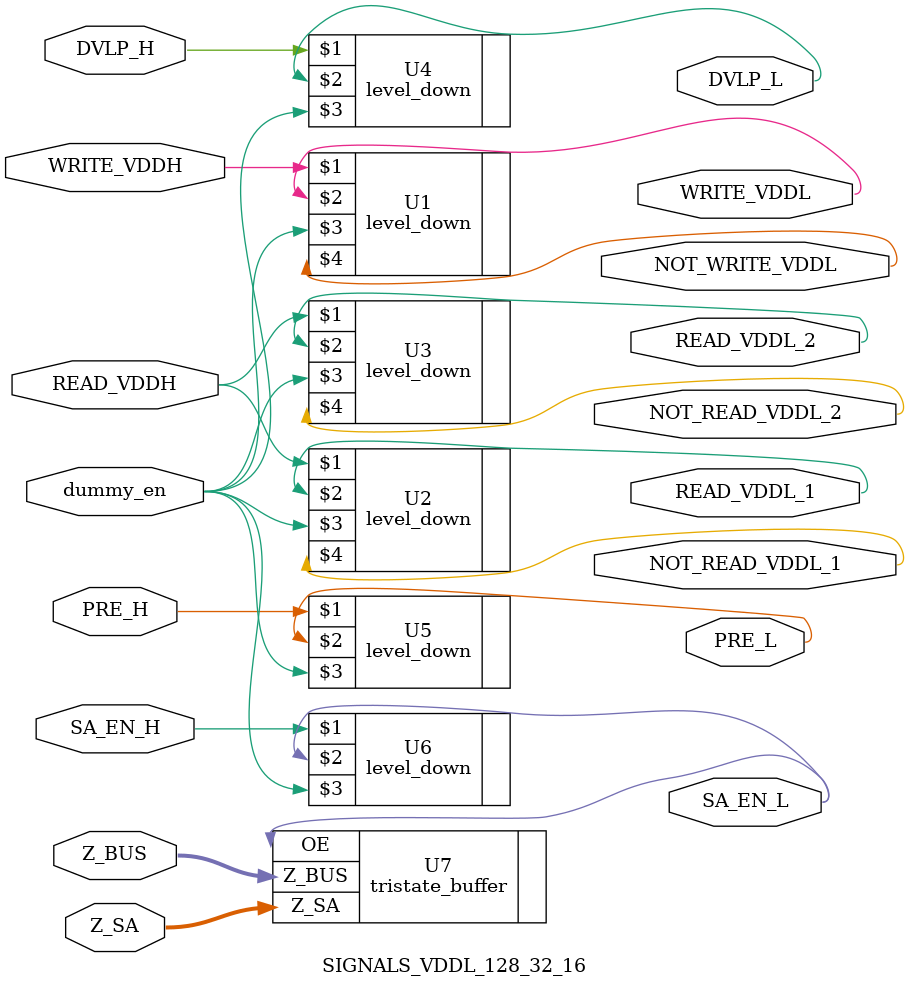
<source format=v>


`include "/ibe/users/da220/Cadence/WORK_TSMC180FORTE/DIGITAL/rtl/level_down/level_down.v"
`include "/ibe/users/da220/Cadence/WORK_TSMC180FORTE/DIGITAL/rtl/tristate_buffer/tristate_buffer.v"

// NAME MODIFIED //
module SIGNALS_VDDL_128_32_16(
// END MODIFY NAME //
WRITE_VDDH,
READ_VDDH,
DVLP_H,
PRE_H,
SA_EN_H,
dummy_en,
WRITE_VDDL,
NOT_WRITE_VDDL,
READ_VDDL_1,
NOT_READ_VDDL_1,
READ_VDDL_2,
NOT_READ_VDDL_2,
DVLP_L,
PRE_L,
Z_SA,
//Z_WR,
Z_BUS,
SA_EN_L,
);

// SKILL MODIFICATIONS //
parameter B_SIZE = 16;
// END OF SKILL MODIFICATION //

// Inputs
input	WRITE_VDDH;
input	READ_VDDH;
input	DVLP_H;
input	PRE_H;
input	SA_EN_H;
input	dummy_en;

// Input Ouput
inout	[B_SIZE-1:0] Z_SA;
//inout	[B_SIZE-1:0] Z_WR;
inout	[B_SIZE-1:0] Z_BUS;

// Outputs
output	WRITE_VDDL;
output	NOT_WRITE_VDDL;
output	READ_VDDL_1;
output	NOT_READ_VDDL_1;
output	READ_VDDL_2;
output	NOT_READ_VDDL_2;
output 	DVLP_L;
output	PRE_L;
output	SA_EN_L;

// Wires
wire	WRITE_VDDH;
wire	READ_VDDH;
wire	DVLP_H;
wire	PRE_H;
wire	SA_EN_H;
wire	dummy_en;
wire	WRITE_VDDL;
wire	NOT_WRITE_VDDL;
wire	READ_VDDL_1;
wire	NOT_READ_VDDL_1;
wire	READ_VDDL_2;
wire	NOT_READ_VDDL_2;
wire 	DVLP_L;
wire	PRE_L;
wire	SA_EN_L;
wire	[B_SIZE-1:0] Z_BUS;
wire	[B_SIZE-1:0] Z_SA;
//wire	[B_SIZE-1:0] Z_WR;



level_down U1(WRITE_VDDH, WRITE_VDDL, dummy_en, NOT_WRITE_VDDL);
level_down U2(READ_VDDH, READ_VDDL_1, dummy_en, NOT_READ_VDDL_1);
level_down U3(READ_VDDH, READ_VDDL_2, dummy_en, NOT_READ_VDDL_2);
level_down U4(DVLP_H, DVLP_L, dummy_en,);
level_down U5(PRE_H, PRE_L, dummy_en,);
level_down U6(SA_EN_H, SA_EN_L, dummy_en,);
tristate_buffer #(B_SIZE) U7(
.Z_SA	(Z_SA),
//.Z_WR	(Z_WR),
.Z_BUS	(Z_BUS),
.OE		(SA_EN_L)
);

endmodule
</source>
